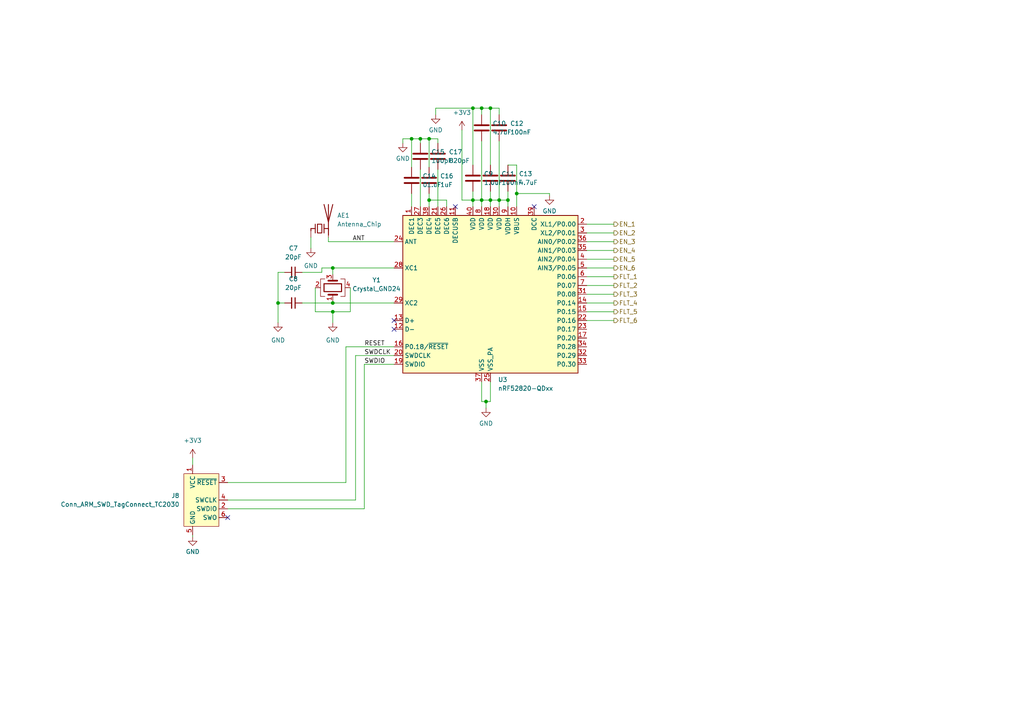
<source format=kicad_sch>
(kicad_sch (version 20230121) (generator eeschema)
  (paper "A4")
  (lib_symbols
    (symbol "Connector:Conn_ARM_SWD_TagConnect_TC2030" (in_bom no)
      (property "Reference" "J" (at 2.54 11.43 0))
      (property "Value" "Conn_ARM_SWD_TagConnect_TC2030" (at 5.08 8.89 0))
      (symbol "Conn_ARM_SWD_TagConnect_TC2030_0_0"
        (pin power_in line (at -2.54 10.16 270) (length 2.54) (name "VCC") (number "1"))
        (pin bidirectional line (at 7.62 -2.54 180) (length 2.54) (name "SWDIO") (number "2"))
        (pin open_collector line (at 7.62 5.08 180) (length 2.54) (name "~{RESET}") (number "3"))
        (pin output line (at 7.62 0 180) (length 2.54) (name "SWCLK") (number "4"))
        (pin power_in line (at -2.54 -10.16 90) (length 2.54) (name "GND") (number "5"))
        (pin input line (at 7.62 -5.08 180) (length 2.54) (name "SWO") (number "6"))
      )
      (symbol "Conn_ARM_SWD_TagConnect_TC2030_0_1"
        (rectangle (start -5.08 7.62) (end 5.08 -7.62) (fill (type background)))
      )
    )
    (symbol "Device:Antenna_Chip" (pin_numbers hide) (pin_names (offset 1.016) hide)
      (property "Reference" "AE" (at 0 5.08 0))
      (property "Value" "Antenna_Chip" (at 0 3.175 0))
      (symbol "Antenna_Chip_0_1"
        (polyline (pts (xy -2.54 0) (xy -2.54 -0.635)) (stroke (width 0.254)))
        (polyline (pts (xy -2.54 0) (xy -1.27 0)) (stroke (width 0.254)))
        (polyline (pts (xy 1.27 0) (xy 2.54 0)) (stroke (width 0.254)))
        (polyline (pts (xy 1.27 1.27) (xy 1.27 -1.27)) (stroke (width 0.254)))
        (polyline (pts (xy 2.54 -0.635) (xy 2.54 0)))
        (polyline (pts (xy 2.54 6.985) (xy 2.54 -1.905)) (stroke (width 0.254)))
        (polyline (pts (xy -1.27 1.27) (xy -1.27 -1.27) (xy -1.27 0)) (stroke (width 0.254)))
        (polyline (pts (xy 3.81 6.985) (xy 2.54 1.905) (xy 1.27 6.985)) (stroke (width 0.254)))
        (polyline (pts (xy -0.635 1.27) (xy 0.635 1.27) (xy 0.635 -1.27) (xy -0.635 -1.27) (xy -0.635 1.27)) (stroke (width 0.254)))
      )
      (symbol "Antenna_Chip_1_1"
        (pin input line (at -2.54 -2.54 90) (length 2.54) (name "FEED") (number "1"))
        (pin passive line (at 2.54 -2.54 90) (length 2.54) (name "PCB_Trace") (number "2"))
      )
    )
    (symbol "Device:C" (pin_numbers hide) (pin_names (offset 0.254))
      (property "Reference" "C" (at 0.635 2.54 0))
      (property "Value" "C" (at 0.635 -2.54 0))
      (symbol "C_0_1"
        (polyline (pts (xy -2.032 -0.762) (xy 2.032 -0.762)) (stroke (width 0.508)))
        (polyline (pts (xy -2.032 0.762) (xy 2.032 0.762)) (stroke (width 0.508)))
      )
      (symbol "C_1_1"
        (pin passive line (at 0 3.81 270) (length 2.794) (name "~") (number "1"))
        (pin passive line (at 0 -3.81 90) (length 2.794) (name "~") (number "2"))
      )
    )
    (symbol "Device:C_Small" (pin_numbers hide) (pin_names (offset 0.254) hide)
      (property "Reference" "C" (at 0.254 1.778 0))
      (property "Value" "C_Small" (at 0.254 -2.032 0))
      (symbol "C_Small_0_1"
        (polyline (pts (xy -1.524 -0.508) (xy 1.524 -0.508)) (stroke (width 0.3302)))
        (polyline (pts (xy -1.524 0.508) (xy 1.524 0.508)) (stroke (width 0.3048)))
      )
      (symbol "C_Small_1_1"
        (pin passive line (at 0 2.54 270) (length 2.032) (name "~") (number "1"))
        (pin passive line (at 0 -2.54 90) (length 2.032) (name "~") (number "2"))
      )
    )
    (symbol "Device:Crystal_GND24" (pin_names (offset 1.016) hide)
      (property "Reference" "Y" (at 3.175 5.08 0))
      (property "Value" "Crystal_GND24" (at 3.175 3.175 0))
      (symbol "Crystal_GND24_0_1"
        (rectangle (start -1.143 2.54) (end 1.143 -2.54) (stroke (width 0.3048)))
        (polyline (pts (xy -2.54 0) (xy -2.032 0)))
        (polyline (pts (xy -2.032 -1.27) (xy -2.032 1.27)) (stroke (width 0.508)))
        (polyline (pts (xy 0 -3.81) (xy 0 -3.556)))
        (polyline (pts (xy 0 3.556) (xy 0 3.81)))
        (polyline (pts (xy 2.032 -1.27) (xy 2.032 1.27)) (stroke (width 0.508)))
        (polyline (pts (xy 2.032 0) (xy 2.54 0)))
        (polyline (pts (xy -2.54 -2.286) (xy -2.54 -3.556) (xy 2.54 -3.556) (xy 2.54 -2.286)))
        (polyline (pts (xy -2.54 2.286) (xy -2.54 3.556) (xy 2.54 3.556) (xy 2.54 2.286)))
      )
      (symbol "Crystal_GND24_1_1"
        (pin passive line (at -3.81 0 0) (length 1.27) (name "1") (number "1"))
        (pin passive line (at 0 5.08 270) (length 1.27) (name "2") (number "2"))
        (pin passive line (at 3.81 0 180) (length 1.27) (name "3") (number "3"))
        (pin passive line (at 0 -5.08 90) (length 1.27) (name "4") (number "4"))
      )
    )
    (symbol "MCU_Nordic:nRF52820-QDxx"
      (property "Reference" "U" (at -2.54 0 0))
      (property "Value" "nRF52820-QDxx" (at -2.54 -2.54 0))
      (symbol "nRF52820-QDxx_0_1"
        (rectangle (start -25.4 22.86) (end 25.4 -22.86) (stroke (width 0.254)) (fill (type background)))
      )
      (symbol "nRF52820-QDxx_1_1"
        (pin passive line (at -22.86 25.4 270) (length 2.54) (name "DEC1") (number "1"))
        (pin power_in line (at 7.62 25.4 270) (length 2.54) (name "VBUS") (number "10"))
        (pin passive line (at -10.16 25.4 270) (length 2.54) (name "DECUSB") (number "11"))
        (pin bidirectional line (at -27.94 -10.16 0) (length 2.54) (name "D-") (number "12"))
        (pin bidirectional line (at -27.94 -7.62 0) (length 2.54) (name "D+") (number "13"))
        (pin bidirectional line (at 27.94 -2.54 180) (length 2.54) (name "P0.14") (number "14"))
        (pin bidirectional line (at 27.94 -5.08 180) (length 2.54) (name "P0.15") (number "15"))
        (pin bidirectional line (at -27.94 -15.24 0) (length 2.54) (name "P0.18/~{RESET}") (number "16"))
        (pin bidirectional line (at 27.94 -12.7 180) (length 2.54) (name "P0.20") (number "17"))
        (pin power_in line (at 0 25.4 270) (length 2.54) (name "VDD") (number "18"))
        (pin bidirectional line (at -27.94 -20.32 0) (length 2.54) (name "SWDIO") (number "19"))
        (pin bidirectional line (at 27.94 20.32 180) (length 2.54) (name "XL1/P0.00") (number "2"))
        (pin input line (at -27.94 -17.78 0) (length 2.54) (name "SWDCLK") (number "20"))
        (pin passive line (at -15.24 25.4 270) (length 2.54) (name "DEC5") (number "21"))
        (pin bidirectional line (at 27.94 -7.62 180) (length 2.54) (name "P0.16") (number "22"))
        (pin bidirectional line (at 27.94 -10.16 180) (length 2.54) (name "P0.17") (number "23"))
        (pin passive line (at -27.94 15.24 0) (length 2.54) (name "ANT") (number "24"))
        (pin power_in line (at 0 -25.4 90) (length 2.54) (name "VSS_PA") (number "25"))
        (pin passive line (at -12.7 25.4 270) (length 2.54) (name "DEC6") (number "26"))
        (pin passive line (at -20.32 25.4 270) (length 2.54) (name "DEC3") (number "27"))
        (pin input line (at -27.94 7.62 0) (length 2.54) (name "XC1") (number "28"))
        (pin input line (at -27.94 -2.54 0) (length 2.54) (name "XC2") (number "29"))
        (pin bidirectional line (at 27.94 17.78 180) (length 2.54) (name "XL2/P0.01") (number "3"))
        (pin power_in line (at 2.54 25.4 270) (length 2.54) (name "VDD") (number "30"))
        (pin bidirectional line (at 27.94 0 180) (length 2.54) (name "P0.08") (number "31"))
        (pin bidirectional line (at 27.94 -17.78 180) (length 2.54) (name "P0.29") (number "32"))
        (pin bidirectional line (at 27.94 -20.32 180) (length 2.54) (name "P0.30") (number "33"))
        (pin bidirectional line (at 27.94 -15.24 180) (length 2.54) (name "P0.28") (number "34"))
        (pin bidirectional line (at 27.94 12.7 180) (length 2.54) (name "AIN1/P0.03") (number "35"))
        (pin bidirectional line (at 27.94 15.24 180) (length 2.54) (name "AIN0/P0.02") (number "36"))
        (pin power_in line (at -2.54 -25.4 90) (length 2.54) (name "VSS") (number "37"))
        (pin passive line (at -17.78 25.4 270) (length 2.54) (name "DEC4") (number "38"))
        (pin power_out line (at 12.7 25.4 270) (length 2.54) (name "DCC") (number "39"))
        (pin bidirectional line (at 27.94 10.16 180) (length 2.54) (name "AIN2/P0.04") (number "4"))
        (pin power_in line (at -5.08 25.4 270) (length 2.54) (name "VDD") (number "40"))
        (pin passive line (at -2.54 -25.4 90) (length 2.54) hide (name "VSS") (number "41"))
        (pin bidirectional line (at 27.94 7.62 180) (length 2.54) (name "AIN3/P0.05") (number "5"))
        (pin bidirectional line (at 27.94 5.08 180) (length 2.54) (name "P0.06") (number "6"))
        (pin bidirectional line (at 27.94 2.54 180) (length 2.54) (name "P0.07") (number "7"))
        (pin power_in line (at -2.54 25.4 270) (length 2.54) (name "VDD") (number "8"))
        (pin power_in line (at 5.08 25.4 270) (length 2.54) (name "VDDH") (number "9"))
      )
    )
    (symbol "power:+3V3" (power) (pin_names (offset 0))
      (property "Value" "+3V3" (at 0 3.556 0))
      (symbol "+3V3_0_1"
        (polyline (pts (xy -0.762 1.27) (xy 0 2.54)))
        (polyline (pts (xy 0 0) (xy 0 2.54)))
        (polyline (pts (xy 0 2.54) (xy 0.762 1.27)))
      )
      (symbol "+3V3_1_1"
        (pin power_in line (at 0 0 90) (length 0) hide (name "+3V3") (number "1"))
      )
    )
    (symbol "power:GND" (power) (pin_names (offset 0))
      (property "Value" "GND" (at 0 -3.81 0))
      (symbol "GND_0_1"
        (polyline (pts (xy 0 0) (xy 0 -1.27) (xy 1.27 -1.27) (xy 0 -2.54) (xy -1.27 -1.27) (xy 0 -1.27)))
      )
      (symbol "GND_1_1"
        (pin power_in line (at 0 0 270) (length 0) hide (name "GND") (number "1"))
      )
    )
  )
  (junction (at 124.46 58.039))
  (junction (at 140.97 116.459))
  (junction (at 137.16 58.039))
  (junction (at 96.52 87.884))
  (junction (at 142.24 58.039))
  (junction (at 149.86 56.134))
  (junction (at 121.92 40.259))
  (junction (at 80.645 87.884))
  (junction (at 96.52 90.424))
  (junction (at 139.7 31.369))
  (junction (at 139.7 58.039))
  (junction (at 144.78 58.039))
  (junction (at 142.24 31.369))
  (junction (at 124.46 40.259))
  (junction (at 147.32 58.039))
  (junction (at 96.52 77.724))
  (junction (at 137.16 31.369))
  (junction (at 119.38 40.259))
  (no_connect (at 66.04 150.114))
  (no_connect (at 132.08 59.944))
  (no_connect (at 114.3 92.964))
  (no_connect (at 154.94 59.944))
  (no_connect (at 114.3 95.504))
  (wire (pts (xy 142.24 58.039) (xy 144.78 58.039)))
  (wire (pts (xy 159.385 56.134) (xy 159.385 56.769)))
  (wire (pts (xy 119.38 40.259) (xy 121.92 40.259)))
  (wire (pts (xy 100.33 139.954) (xy 100.33 100.584)))
  (wire (pts (xy 142.24 31.369) (xy 142.24 47.879)))
  (wire (pts (xy 121.92 49.149) (xy 121.92 59.944)))
  (wire (pts (xy 170.18 92.964) (xy 178.054 92.964)))
  (wire (pts (xy 103.124 103.124) (xy 114.3 103.124)))
  (wire (pts (xy 127 49.149) (xy 127 59.944)))
  (wire (pts (xy 139.7 31.369) (xy 142.24 31.369)))
  (wire (pts (xy 144.78 58.039) (xy 144.78 59.944)))
  (wire (pts (xy 142.24 58.039) (xy 142.24 59.944)))
  (wire (pts (xy 170.18 77.724) (xy 178.054 77.724)))
  (wire (pts (xy 96.52 77.724) (xy 93.345 77.724)))
  (wire (pts (xy 124.46 58.039) (xy 124.46 59.944)))
  (wire (pts (xy 91.44 83.439) (xy 91.44 90.424)))
  (wire (pts (xy 105.664 147.574) (xy 105.664 105.664)))
  (wire (pts (xy 170.18 82.804) (xy 178.054 82.804)))
  (wire (pts (xy 170.18 87.884) (xy 178.054 87.884)))
  (wire (pts (xy 139.7 33.274) (xy 139.7 31.369)))
  (wire (pts (xy 114.3 70.104) (xy 95.25 70.104)))
  (wire (pts (xy 124.46 40.259) (xy 121.92 40.259)))
  (wire (pts (xy 103.124 145.034) (xy 103.124 103.124)))
  (wire (pts (xy 137.16 58.039) (xy 137.16 59.944)))
  (wire (pts (xy 91.44 90.424) (xy 96.52 90.424)))
  (wire (pts (xy 142.24 55.499) (xy 142.24 58.039)))
  (wire (pts (xy 121.92 40.259) (xy 121.92 41.529)))
  (wire (pts (xy 96.52 77.724) (xy 96.52 79.629)))
  (wire (pts (xy 170.18 75.184) (xy 178.054 75.184)))
  (wire (pts (xy 137.16 58.039) (xy 133.985 58.039)))
  (wire (pts (xy 66.04 145.034) (xy 103.124 145.034)))
  (wire (pts (xy 170.18 90.424) (xy 178.054 90.424)))
  (wire (pts (xy 142.24 110.744) (xy 142.24 116.459)))
  (wire (pts (xy 105.664 105.664) (xy 114.3 105.664)))
  (wire (pts (xy 87.63 87.884) (xy 96.52 87.884)))
  (wire (pts (xy 96.52 87.884) (xy 96.52 87.249)))
  (wire (pts (xy 144.78 40.894) (xy 144.78 58.039)))
  (wire (pts (xy 80.645 78.994) (xy 80.645 87.884)))
  (wire (pts (xy 124.46 56.134) (xy 124.46 58.039)))
  (wire (pts (xy 170.18 70.104) (xy 178.054 70.104)))
  (wire (pts (xy 82.55 78.994) (xy 80.645 78.994)))
  (wire (pts (xy 137.16 55.499) (xy 137.16 58.039)))
  (wire (pts (xy 170.18 80.264) (xy 178.054 80.264)))
  (wire (pts (xy 101.6 90.424) (xy 96.52 90.424)))
  (wire (pts (xy 170.18 85.344) (xy 178.054 85.344)))
  (wire (pts (xy 140.97 116.459) (xy 140.97 118.364)))
  (wire (pts (xy 90.17 68.834) (xy 90.17 72.009)))
  (wire (pts (xy 147.32 47.879) (xy 149.86 47.879)))
  (wire (pts (xy 55.88 155.194) (xy 55.88 155.702)))
  (wire (pts (xy 66.04 139.954) (xy 100.33 139.954)))
  (wire (pts (xy 144.78 58.039) (xy 147.32 58.039)))
  (wire (pts (xy 149.86 59.944) (xy 149.86 56.134)))
  (wire (pts (xy 133.985 37.719) (xy 133.985 58.039)))
  (wire (pts (xy 127 41.529) (xy 127 40.259)))
  (wire (pts (xy 129.54 59.944) (xy 129.54 58.039)))
  (wire (pts (xy 170.18 67.564) (xy 178.054 67.564)))
  (wire (pts (xy 93.345 78.994) (xy 87.63 78.994)))
  (wire (pts (xy 137.16 31.369) (xy 126.365 31.369)))
  (wire (pts (xy 116.84 40.259) (xy 116.84 41.529)))
  (wire (pts (xy 139.7 116.459) (xy 140.97 116.459)))
  (wire (pts (xy 139.7 40.894) (xy 139.7 58.039)))
  (wire (pts (xy 144.78 33.274) (xy 144.78 31.369)))
  (wire (pts (xy 137.16 31.369) (xy 137.16 47.879)))
  (wire (pts (xy 127 40.259) (xy 124.46 40.259)))
  (wire (pts (xy 114.3 87.884) (xy 96.52 87.884)))
  (wire (pts (xy 119.38 48.514) (xy 119.38 40.259)))
  (wire (pts (xy 80.645 87.884) (xy 82.55 87.884)))
  (wire (pts (xy 140.97 116.459) (xy 142.24 116.459)))
  (wire (pts (xy 93.345 77.724) (xy 93.345 78.994)))
  (wire (pts (xy 147.32 58.039) (xy 147.32 59.944)))
  (wire (pts (xy 101.6 83.439) (xy 101.6 90.424)))
  (wire (pts (xy 149.86 56.134) (xy 159.385 56.134)))
  (wire (pts (xy 100.33 100.584) (xy 114.3 100.584)))
  (wire (pts (xy 139.7 110.744) (xy 139.7 116.459)))
  (wire (pts (xy 114.3 77.724) (xy 96.52 77.724)))
  (wire (pts (xy 95.25 70.104) (xy 95.25 68.834)))
  (wire (pts (xy 147.32 55.499) (xy 147.32 58.039)))
  (wire (pts (xy 170.18 65.024) (xy 178.054 65.024)))
  (wire (pts (xy 142.24 31.369) (xy 144.78 31.369)))
  (wire (pts (xy 137.16 58.039) (xy 139.7 58.039)))
  (wire (pts (xy 170.18 72.644) (xy 178.054 72.644)))
  (wire (pts (xy 55.88 132.842) (xy 55.88 134.874)))
  (wire (pts (xy 129.54 58.039) (xy 124.46 58.039)))
  (wire (pts (xy 139.7 58.039) (xy 139.7 59.944)))
  (wire (pts (xy 137.16 31.369) (xy 139.7 31.369)))
  (wire (pts (xy 119.38 56.134) (xy 119.38 59.944)))
  (wire (pts (xy 124.46 40.259) (xy 124.46 48.514)))
  (wire (pts (xy 119.38 40.259) (xy 116.84 40.259)))
  (wire (pts (xy 66.04 147.574) (xy 105.664 147.574)))
  (wire (pts (xy 139.7 58.039) (xy 142.24 58.039)))
  (wire (pts (xy 126.365 31.369) (xy 126.365 33.274)))
  (wire (pts (xy 96.52 90.424) (xy 96.52 93.599)))
  (wire (pts (xy 149.86 47.879) (xy 149.86 56.134)))
  (wire (pts (xy 80.645 87.884) (xy 80.645 93.599)))
  (label "SWDIO" (at 105.664 105.664 0))
  (label "ANT" (at 102.235 70.104 0))
  (label "RESET" (at 105.664 100.584 0))
  (label "SWDCLK" (at 105.664 103.124 0))
  (hierarchical_label "EN_1" (shape output) (at 178.054 65.024 0))
  (hierarchical_label "EN_4" (shape output) (at 178.054 72.644 0))
  (hierarchical_label "EN_2" (shape output) (at 178.054 67.564 0))
  (hierarchical_label "FLT_3" (shape output) (at 178.054 85.344 0))
  (hierarchical_label "EN_5" (shape output) (at 178.054 75.184 0))
  (hierarchical_label "FLT_1" (shape output) (at 178.054 80.264 0))
  (hierarchical_label "EN_6" (shape output) (at 178.054 77.724 0))
  (hierarchical_label "FLT_6" (shape output) (at 178.054 92.964 0))
  (hierarchical_label "FLT_2" (shape output) (at 178.054 82.804 0))
  (hierarchical_label "FLT_4" (shape output) (at 178.054 87.884 0))
  (hierarchical_label "FLT_5" (shape output) (at 178.054 90.424 0))
  (hierarchical_label "EN_3" (shape output) (at 178.054 70.104 0))
  (symbol (lib_id "Device:C") (at 124.46 52.324 0) (unit 1)
    (property "Reference" "C16" (at 127.635 51.054 0) (effects (justify left)))
    (property "Value" "1uF" (at 127.635 53.594 0) (effects (justify left)))
    (property "Footprint" "Capacitor_SMD:C_0603_1608Metric" (effects hide))
  )
  (symbol (lib_id "Device:Antenna_Chip") (at 92.71 66.294 0) (unit 1)
    (property "Reference" "AE1" (at 97.79 62.484 0) (effects (justify left)))
    (property "Value" "Antenna_Chip" (at 97.79 65.024 0) (effects (justify left)))
    (property "Footprint" "RF_Antenna:Texas_SWRA117D_2.4GHz_Right" (effects hide))
  )
  (symbol (lib_id "power:+3V3") (at 133.985 37.719 0) (unit 1)
    (property "Reference" "#PWR013" (effects hide))
    (property "Value" "+3V3" (at 133.985 32.639 0))
  )
  (symbol (lib_id "power:GND") (at 126.365 33.274 0) (unit 1)
    (property "Reference" "#PWR011" (effects hide))
    (property "Value" "GND" (at 126.365 37.719 0))
  )
  (symbol (lib_id "Connector:Conn_ARM_SWD_TagConnect_TC2030") (at 58.42 145.034 0) (unit 1) (in_bom no)
    (property "Reference" "J8" (at 52.07 143.764 0) (effects (justify right)))
    (property "Value" "Conn_ARM_SWD_TagConnect_TC2030" (at 52.07 146.304 0) (effects (justify right)))
    (property "Footprint" "Connector:Tag-Connect_TC2030-IDC-FP_2x03_P1.27mm_Vertical" (effects hide))
    (property "Datasheet" "https://www.tag-connect.com/wp-content/uploads/bsk-pdf-manager/TC2030-CTX_1.pdf" (effects hide))
  )
  (symbol (lib_id "Device:C") (at 121.92 45.339 0) (unit 1)
    (property "Reference" "C15" (at 125.095 44.069 0) (effects (justify left)))
    (property "Value" "100pF" (at 125.095 46.609 0) (effects (justify left)))
    (property "Footprint" "Capacitor_SMD:C_0603_1608Metric" (effects hide))
  )
  (symbol (lib_id "Device:C") (at 142.24 51.689 0) (unit 1)
    (property "Reference" "C11" (at 145.415 50.419 0) (effects (justify left)))
    (property "Value" "100nF" (at 145.415 52.959 0) (effects (justify left)))
    (property "Footprint" "Capacitor_SMD:C_0603_1608Metric" (effects hide))
  )
  (symbol (lib_id "Device:C") (at 137.16 51.689 0) (unit 1)
    (property "Reference" "C9" (at 140.335 50.419 0) (effects (justify left)))
    (property "Value" "1.0uF" (at 140.335 52.959 0) (effects (justify left)))
    (property "Footprint" "Capacitor_SMD:C_0603_1608Metric" (effects hide))
  )
  (symbol (lib_id "power:GND") (at 55.88 155.702 0) (unit 1)
    (property "Reference" "#PWR063" (effects hide))
    (property "Value" "GND" (at 55.88 160.02 0))
  )
  (symbol (lib_id "power:GND") (at 140.97 118.364 0) (unit 1)
    (property "Reference" "#PWR010" (effects hide))
    (property "Value" "GND" (at 140.97 122.809 0))
  )
  (symbol (lib_id "Device:C") (at 147.32 51.689 0) (unit 1)
    (property "Reference" "C13" (at 150.495 50.419 0) (effects (justify left)))
    (property "Value" "4.7uF" (at 150.495 52.959 0) (effects (justify left)))
    (property "Footprint" "Capacitor_SMD:C_0603_1608Metric" (effects hide))
  )
  (symbol (lib_id "Device:C") (at 144.78 37.084 0) (unit 1)
    (property "Reference" "C12" (at 147.955 35.814 0) (effects (justify left)))
    (property "Value" "100nF" (at 147.955 38.354 0) (effects (justify left)))
    (property "Footprint" "Capacitor_SMD:C_0603_1608Metric" (effects hide))
  )
  (symbol (lib_id "power:GND") (at 96.52 93.599 0) (unit 1)
    (property "Reference" "#PWR08" (effects hide))
    (property "Value" "GND" (at 96.52 98.679 0))
  )
  (symbol (lib_id "power:GND") (at 80.645 93.599 0) (unit 1)
    (property "Reference" "#PWR09" (effects hide))
    (property "Value" "GND" (at 80.645 98.679 0))
  )
  (symbol (lib_id "power:+3V3") (at 55.88 132.842 0) (unit 1)
    (property "Reference" "#PWR064" (effects hide))
    (property "Value" "+3V3" (at 55.88 127.762 0))
  )
  (symbol (lib_id "power:GND") (at 90.17 72.009 0) (unit 1)
    (property "Reference" "#PWR07" (effects hide))
    (property "Value" "GND" (at 90.17 77.089 0))
  )
  (symbol (lib_id "Device:C_Small") (at 85.09 78.994 270) (unit 1)
    (property "Reference" "C7" (at 85.0836 72.009 90))
    (property "Value" "20pF" (at 85.0836 74.549 90))
    (property "Footprint" "Capacitor_SMD:C_0402_1005Metric" (effects hide))
  )
  (symbol (lib_id "Device:C") (at 139.7 37.084 0) (unit 1)
    (property "Reference" "C10" (at 142.875 35.814 0) (effects (justify left)))
    (property "Value" "4.7uF" (at 142.875 38.354 0) (effects (justify left)))
    (property "Footprint" "Capacitor_SMD:C_0603_1608Metric" (effects hide))
  )
  (symbol (lib_id "Device:Crystal_GND24") (at 96.52 83.439 90) (unit 1)
    (property "Reference" "Y1" (at 109.22 81.2231 90))
    (property "Value" "Crystal_GND24" (at 109.22 83.7631 90))
    (property "Footprint" "Oscillator:Oscillator_SMD_Kyocera_KC2520Z-4Pin_2.5x2.0mm" (effects hide))
    (property "PN" "using generic- please update part" (effects hide))
  )
  (symbol (lib_id "power:GND") (at 159.385 56.769 0) (unit 1)
    (property "Reference" "#PWR012" (effects hide))
    (property "Value" "GND" (at 159.385 61.214 0))
  )
  (symbol (lib_id "Device:C") (at 119.38 52.324 0) (unit 1)
    (property "Reference" "C14" (at 122.555 51.054 0) (effects (justify left)))
    (property "Value" "01.uF" (at 122.555 53.594 0) (effects (justify left)))
    (property "Footprint" "Capacitor_SMD:C_0603_1608Metric" (effects hide))
  )
  (symbol (lib_id "MCU_Nordic:nRF52820-QDxx") (at 142.24 85.344 0) (unit 1)
    (property "Reference" "U3" (at 144.4341 110.109 0) (effects (justify left)))
    (property "Value" "nRF52820-QDxx" (at 144.4341 112.649 0) (effects (justify left)))
    (property "Footprint" "Package_DFN_QFN:QFN-40-1EP_5x5mm_P0.4mm_EP3.6x3.6mm" (effects hide))
    (property "Datasheet" "https://infocenter.nordicsemi.com/pdf/nRF52820_PS_v1.0.pdf" (effects hide))
  )
  (symbol (lib_id "Device:C") (at 127 45.339 0) (unit 1)
    (property "Reference" "C17" (at 130.175 44.069 0) (effects (justify left)))
    (property "Value" "820pF" (at 130.175 46.609 0) (effects (justify left)))
    (property "Footprint" "Capacitor_SMD:C_0603_1608Metric" (effects hide))
  )
  (symbol (lib_id "Device:C_Small") (at 85.09 87.884 270) (unit 1)
    (property "Reference" "C8" (at 85.0836 80.899 90))
    (property "Value" "20pF" (at 85.0836 83.439 90))
    (property "Footprint" "Capacitor_SMD:C_0402_1005Metric" (effects hide))
  )
  (symbol (lib_id "power:GND") (at 116.84 41.529 0) (unit 1)
    (property "Reference" "#PWR014" (effects hide))
    (property "Value" "GND" (at 116.84 45.974 0))
  )
)
</source>
